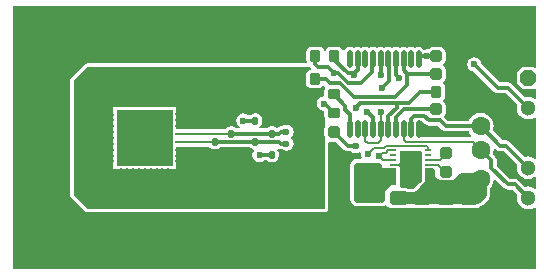
<source format=gtl>
%FSLAX44Y44*%
%MOMM*%
G71*
G01*
G75*
G04 Layer_Physical_Order=1*
G04 Layer_Color=191*
%ADD10O,0.6500X0.2000*%
G04:AMPARAMS|DCode=11|XSize=2.75mm|YSize=1.9mm|CornerRadius=0.228mm|HoleSize=0mm|Usage=FLASHONLY|Rotation=90.000|XOffset=0mm|YOffset=0mm|HoleType=Round|Shape=RoundedRectangle|*
%AMROUNDEDRECTD11*
21,1,2.7500,1.4440,0,0,90.0*
21,1,2.2940,1.9000,0,0,90.0*
1,1,0.4560,0.7220,1.1470*
1,1,0.4560,0.7220,-1.1470*
1,1,0.4560,-0.7220,-1.1470*
1,1,0.4560,-0.7220,1.1470*
%
%ADD11ROUNDEDRECTD11*%
G04:AMPARAMS|DCode=12|XSize=1mm|YSize=0.95mm|CornerRadius=0.1995mm|HoleSize=0mm|Usage=FLASHONLY|Rotation=0.000|XOffset=0mm|YOffset=0mm|HoleType=Round|Shape=RoundedRectangle|*
%AMROUNDEDRECTD12*
21,1,1.0000,0.5510,0,0,0.0*
21,1,0.6010,0.9500,0,0,0.0*
1,1,0.3990,0.3005,-0.2755*
1,1,0.3990,-0.3005,-0.2755*
1,1,0.3990,-0.3005,0.2755*
1,1,0.3990,0.3005,0.2755*
%
%ADD12ROUNDEDRECTD12*%
G04:AMPARAMS|DCode=13|XSize=1.45mm|YSize=1.15mm|CornerRadius=0.2013mm|HoleSize=0mm|Usage=FLASHONLY|Rotation=270.000|XOffset=0mm|YOffset=0mm|HoleType=Round|Shape=RoundedRectangle|*
%AMROUNDEDRECTD13*
21,1,1.4500,0.7475,0,0,270.0*
21,1,1.0475,1.1500,0,0,270.0*
1,1,0.4025,-0.3738,-0.5238*
1,1,0.4025,-0.3738,0.5238*
1,1,0.4025,0.3738,0.5238*
1,1,0.4025,0.3738,-0.5238*
%
%ADD13ROUNDEDRECTD13*%
G04:AMPARAMS|DCode=14|XSize=1.45mm|YSize=1.15mm|CornerRadius=0.2013mm|HoleSize=0mm|Usage=FLASHONLY|Rotation=180.000|XOffset=0mm|YOffset=0mm|HoleType=Round|Shape=RoundedRectangle|*
%AMROUNDEDRECTD14*
21,1,1.4500,0.7475,0,0,180.0*
21,1,1.0475,1.1500,0,0,180.0*
1,1,0.4025,-0.5238,0.3738*
1,1,0.4025,0.5238,0.3738*
1,1,0.4025,0.5238,-0.3738*
1,1,0.4025,-0.5238,-0.3738*
%
%ADD14ROUNDEDRECTD14*%
G04:AMPARAMS|DCode=15|XSize=1mm|YSize=0.95mm|CornerRadius=0.1995mm|HoleSize=0mm|Usage=FLASHONLY|Rotation=90.000|XOffset=0mm|YOffset=0mm|HoleType=Round|Shape=RoundedRectangle|*
%AMROUNDEDRECTD15*
21,1,1.0000,0.5510,0,0,90.0*
21,1,0.6010,0.9500,0,0,90.0*
1,1,0.3990,0.2755,0.3005*
1,1,0.3990,0.2755,-0.3005*
1,1,0.3990,-0.2755,-0.3005*
1,1,0.3990,-0.2755,0.3005*
%
%ADD15ROUNDEDRECTD15*%
G04:AMPARAMS|DCode=16|XSize=1mm|YSize=0.9mm|CornerRadius=0.198mm|HoleSize=0mm|Usage=FLASHONLY|Rotation=90.000|XOffset=0mm|YOffset=0mm|HoleType=Round|Shape=RoundedRectangle|*
%AMROUNDEDRECTD16*
21,1,1.0000,0.5040,0,0,90.0*
21,1,0.6040,0.9000,0,0,90.0*
1,1,0.3960,0.2520,0.3020*
1,1,0.3960,0.2520,-0.3020*
1,1,0.3960,-0.2520,-0.3020*
1,1,0.3960,-0.2520,0.3020*
%
%ADD16ROUNDEDRECTD16*%
G04:AMPARAMS|DCode=17|XSize=0.65mm|YSize=0.5mm|CornerRadius=0.2mm|HoleSize=0mm|Usage=FLASHONLY|Rotation=270.000|XOffset=0mm|YOffset=0mm|HoleType=Round|Shape=RoundedRectangle|*
%AMROUNDEDRECTD17*
21,1,0.6500,0.1000,0,0,270.0*
21,1,0.2500,0.5000,0,0,270.0*
1,1,0.4000,-0.0500,-0.1250*
1,1,0.4000,-0.0500,0.1250*
1,1,0.4000,0.0500,0.1250*
1,1,0.4000,0.0500,-0.1250*
%
%ADD17ROUNDEDRECTD17*%
G04:AMPARAMS|DCode=18|XSize=1mm|YSize=0.9mm|CornerRadius=0.198mm|HoleSize=0mm|Usage=FLASHONLY|Rotation=180.000|XOffset=0mm|YOffset=0mm|HoleType=Round|Shape=RoundedRectangle|*
%AMROUNDEDRECTD18*
21,1,1.0000,0.5040,0,0,180.0*
21,1,0.6040,0.9000,0,0,180.0*
1,1,0.3960,-0.3020,0.2520*
1,1,0.3960,0.3020,0.2520*
1,1,0.3960,0.3020,-0.2520*
1,1,0.3960,-0.3020,-0.2520*
%
%ADD18ROUNDEDRECTD18*%
G04:AMPARAMS|DCode=19|XSize=3.4mm|YSize=2.35mm|CornerRadius=0.2938mm|HoleSize=0mm|Usage=FLASHONLY|Rotation=90.000|XOffset=0mm|YOffset=0mm|HoleType=Round|Shape=RoundedRectangle|*
%AMROUNDEDRECTD19*
21,1,3.4000,1.7625,0,0,90.0*
21,1,2.8125,2.3500,0,0,90.0*
1,1,0.5875,0.8812,1.4063*
1,1,0.5875,0.8812,-1.4063*
1,1,0.5875,-0.8812,-1.4063*
1,1,0.5875,-0.8812,1.4063*
%
%ADD19ROUNDEDRECTD19*%
%ADD20O,0.4500X1.5000*%
%ADD21O,0.8500X0.2500*%
%ADD22O,0.2500X0.8500*%
%ADD23R,4.7000X4.7000*%
%ADD24C,0.3000*%
%ADD25C,0.2000*%
%ADD26C,1.0000*%
%ADD27C,0.5000*%
%ADD28C,0.8000*%
%ADD29R,0.4500X1.4000*%
G04:AMPARAMS|DCode=30|XSize=1.3mm|YSize=1.3mm|CornerRadius=0mm|HoleSize=0mm|Usage=FLASHONLY|Rotation=270.000|XOffset=0mm|YOffset=0mm|HoleType=Round|Shape=Octagon|*
%AMOCTAGOND30*
4,1,8,-0.3250,-0.6500,0.3250,-0.6500,0.6500,-0.3250,0.6500,0.3250,0.3250,0.6500,-0.3250,0.6500,-0.6500,0.3250,-0.6500,-0.3250,-0.3250,-0.6500,0.0*
%
%ADD30OCTAGOND30*%

%ADD31C,1.3000*%
%ADD32C,1.0000*%
%ADD33C,1.6000*%
%ADD34C,0.6000*%
G36*
X412906Y105006D02*
X414394Y104011D01*
X416150Y103662D01*
X419350D01*
X430579Y92433D01*
X430494Y92230D01*
X430168Y89750D01*
X430494Y87270D01*
X431452Y84959D01*
X432975Y82975D01*
X434959Y81452D01*
X437270Y80494D01*
X439750Y80168D01*
X442230Y80494D01*
X444541Y81452D01*
X445292Y82028D01*
X446431Y81467D01*
Y72533D01*
X445292Y71972D01*
X444541Y72548D01*
X442230Y73505D01*
X439750Y73832D01*
X437270Y73505D01*
X437067Y73421D01*
X431744Y78744D01*
X430256Y79739D01*
X428500Y80088D01*
X424151D01*
X413192Y91047D01*
Y95796D01*
X412843Y97552D01*
X411848Y99041D01*
X409720Y101169D01*
X410117Y102128D01*
X410495Y105000D01*
X410387Y105824D01*
X411526Y106386D01*
X412906Y105006D01*
D02*
G37*
G36*
X349232Y102689D02*
X349526Y102250D01*
X349232Y101811D01*
X348922Y100250D01*
X349232Y98689D01*
X349526Y98250D01*
X349232Y97811D01*
X348922Y96250D01*
X349232Y94689D01*
X349526Y94250D01*
X349232Y93811D01*
X348922Y92250D01*
X349232Y90689D01*
X349293Y90598D01*
X349174Y90420D01*
X348942Y89250D01*
Y88348D01*
X348922Y88250D01*
X348942Y88152D01*
Y84348D01*
X348922Y84250D01*
X348942Y84151D01*
Y80348D01*
X348922Y80250D01*
X348942Y80152D01*
Y78538D01*
X343044Y72641D01*
X342922Y72482D01*
X342807Y72459D01*
X342223Y72069D01*
X337777D01*
X337193Y72459D01*
X335238Y72848D01*
X332031D01*
X331328Y74076D01*
X331334Y74118D01*
X331559Y75250D01*
Y76152D01*
X331579Y76250D01*
X331559Y76348D01*
Y80152D01*
X331579Y80250D01*
X331559Y80348D01*
Y84152D01*
X331579Y84250D01*
X331559Y84348D01*
Y88152D01*
X331579Y88250D01*
X331559Y88348D01*
Y89250D01*
X331326Y90420D01*
X330663Y91413D01*
X330205Y91719D01*
X330113Y93175D01*
X330118Y93188D01*
X330384Y93366D01*
X331268Y94689D01*
X331579Y96250D01*
X331268Y97811D01*
X330975Y98250D01*
X331268Y98689D01*
X331579Y100250D01*
X331268Y101811D01*
X330975Y102250D01*
X331268Y102689D01*
X331464Y103672D01*
X349037D01*
X349232Y102689D01*
D02*
G37*
G36*
X352141Y126506D02*
X353630Y125511D01*
X355386Y125162D01*
X363100D01*
X366506Y121756D01*
X367994Y120761D01*
X369750Y120412D01*
X389394D01*
X389792Y119452D01*
X391555Y117155D01*
X391628Y117098D01*
X391197Y115828D01*
X346821D01*
X346015Y116810D01*
X346103Y117250D01*
Y127750D01*
X346067Y127930D01*
X346873Y128912D01*
X349735D01*
X352141Y126506D01*
D02*
G37*
G36*
X446431Y174978D02*
X445258Y174492D01*
X444500Y175250D01*
X435000D01*
X430250Y170500D01*
Y161000D01*
X435000Y156250D01*
X444500D01*
X445258Y157008D01*
X446431Y156522D01*
Y148533D01*
X445292Y147972D01*
X444541Y148548D01*
X442230Y149505D01*
X439750Y149832D01*
X437270Y149505D01*
X437067Y149421D01*
X425994Y160494D01*
X424506Y161489D01*
X422750Y161838D01*
X415900D01*
X400150Y177588D01*
X399777Y179466D01*
X398451Y181451D01*
X396466Y182777D01*
X394125Y183242D01*
X391784Y182777D01*
X389799Y181451D01*
X388473Y179466D01*
X388008Y177125D01*
X388473Y174784D01*
X389799Y172799D01*
X391784Y171473D01*
X393662Y171100D01*
X410756Y154006D01*
X412244Y153011D01*
X414000Y152662D01*
X420849D01*
X430579Y142933D01*
X430494Y142730D01*
X430168Y140250D01*
X430494Y137770D01*
X431452Y135459D01*
X432975Y133475D01*
X434959Y131952D01*
X437270Y130995D01*
X439750Y130668D01*
X442230Y130995D01*
X444541Y131952D01*
X445292Y132528D01*
X446431Y131967D01*
Y98033D01*
X445292Y97472D01*
X444541Y98048D01*
X442230Y99005D01*
X439750Y99332D01*
X437270Y99005D01*
X437067Y98921D01*
X424494Y111494D01*
X423006Y112489D01*
X421250Y112838D01*
X418051D01*
X409720Y121169D01*
X410117Y122128D01*
X410495Y125000D01*
X410117Y127872D01*
X409009Y130548D01*
X407245Y132845D01*
X404948Y134608D01*
X402272Y135717D01*
X399400Y136095D01*
X396529Y135717D01*
X393853Y134608D01*
X391555Y132845D01*
X389792Y130548D01*
X389394Y129588D01*
X371651D01*
X368552Y132687D01*
X369460Y134046D01*
X369848Y135995D01*
Y142005D01*
X369460Y143954D01*
X368356Y145606D01*
X367849Y145945D01*
Y147215D01*
X368110Y147390D01*
X369211Y149037D01*
X369598Y150980D01*
Y157020D01*
X369211Y158963D01*
X368110Y160610D01*
X367849Y160785D01*
Y162055D01*
X368356Y162394D01*
X369460Y164046D01*
X369848Y165995D01*
Y172005D01*
X369460Y173954D01*
X368356Y175606D01*
X367969Y175865D01*
Y177135D01*
X368356Y177394D01*
X369460Y179046D01*
X369848Y180995D01*
Y187005D01*
X369460Y188954D01*
X368356Y190606D01*
X366704Y191710D01*
X364755Y192098D01*
X359245D01*
X357296Y191710D01*
X355644Y190606D01*
X355133Y189842D01*
X353750Y190117D01*
X351600Y189690D01*
X351035Y190535D01*
X349298Y191695D01*
X347250Y192103D01*
X345202Y191695D01*
X344000Y190893D01*
X342798Y191695D01*
X340750Y192103D01*
X338702Y191695D01*
X337500Y190893D01*
X336298Y191695D01*
X334250Y192103D01*
X332202Y191695D01*
X331000Y190893D01*
X329798Y191695D01*
X327750Y192103D01*
X325702Y191695D01*
X324500Y190893D01*
X323298Y191695D01*
X321250Y192103D01*
X319202Y191695D01*
X318000Y190893D01*
X316798Y191695D01*
X314750Y192103D01*
X312702Y191695D01*
X311500Y190893D01*
X310298Y191695D01*
X308250Y192103D01*
X306202Y191695D01*
X305000Y190893D01*
X303798Y191695D01*
X301750Y192103D01*
X299702Y191695D01*
X298500Y190893D01*
X297298Y191695D01*
X295250Y192103D01*
X293202Y191695D01*
X292000Y190893D01*
X290798Y191695D01*
X288750Y192103D01*
X286702Y191695D01*
X284965Y190535D01*
X283985Y189068D01*
X283211Y189004D01*
X282970Y189021D01*
X282607Y189118D01*
X281610Y190610D01*
X279963Y191711D01*
X278020Y192097D01*
X272980D01*
X271037Y191711D01*
X269390Y190610D01*
X268289Y188963D01*
X268147Y188252D01*
X266853D01*
X266711Y188963D01*
X265610Y190610D01*
X263963Y191711D01*
X262020Y192097D01*
X256980D01*
X255037Y191711D01*
X253390Y190610D01*
X252289Y188963D01*
X251902Y187020D01*
Y180980D01*
X252231Y179329D01*
X251531Y178059D01*
X66411D01*
X66411Y178059D01*
X65241Y177826D01*
X64248Y177163D01*
X52837Y165752D01*
X52174Y164759D01*
X51941Y163589D01*
X51941Y163589D01*
X51941Y66411D01*
X52174Y65241D01*
X52837Y64248D01*
X52837Y64248D01*
X64248Y52837D01*
X65241Y52174D01*
X66411Y51941D01*
X66411Y51941D01*
X267500D01*
X268671Y52174D01*
X269663Y52837D01*
X270326Y53829D01*
X270559Y55000D01*
Y110947D01*
X271829Y111882D01*
X272980Y111652D01*
X277109D01*
X284006Y104756D01*
X285494Y103761D01*
X287250Y103412D01*
X289817D01*
X291409Y102348D01*
X293750Y101882D01*
X296091Y102348D01*
X296858Y102861D01*
X298001Y102097D01*
X297882Y101500D01*
X298348Y99159D01*
X298864Y98386D01*
X298186Y97116D01*
X295188D01*
X292871Y96656D01*
X290907Y95343D01*
X289595Y93379D01*
X289134Y91062D01*
Y62937D01*
X289595Y60621D01*
X290907Y58657D01*
X292871Y57344D01*
X295188Y56884D01*
X312813D01*
X314303Y57180D01*
X315750Y56892D01*
X317896Y57319D01*
X318859Y57963D01*
X318940Y57986D01*
X320505Y57609D01*
X320516Y57596D01*
X321149Y56649D01*
X322807Y55541D01*
X324762Y55152D01*
X335238D01*
X337193Y55541D01*
X337777Y55931D01*
X342223D01*
X342807Y55541D01*
X344762Y55152D01*
X355238D01*
X357193Y55541D01*
X357777Y55931D01*
X362223D01*
X362807Y55541D01*
X364762Y55152D01*
X375238D01*
X377193Y55541D01*
X377777Y55931D01*
X382223D01*
X382807Y55541D01*
X384762Y55152D01*
X395238D01*
X397193Y55541D01*
X398352Y56315D01*
X400034Y57012D01*
X401706Y58294D01*
X405106Y61695D01*
X406388Y63366D01*
X407194Y65312D01*
X407469Y67400D01*
Y72446D01*
X409009Y74453D01*
X410117Y77128D01*
X410375Y79090D01*
X411716Y79545D01*
X419006Y72256D01*
X420494Y71261D01*
X422250Y70912D01*
X426600D01*
X430579Y66933D01*
X430494Y66730D01*
X430168Y64250D01*
X430494Y61770D01*
X431452Y59459D01*
X432975Y57474D01*
X434959Y55952D01*
X437270Y54995D01*
X439750Y54668D01*
X442230Y54995D01*
X444541Y55952D01*
X445292Y56528D01*
X446431Y55967D01*
Y3568D01*
X3568D01*
Y226431D01*
X446431D01*
Y174978D01*
D02*
G37*
G36*
X255907Y174011D02*
X255455Y172853D01*
X254537Y172670D01*
X252890Y171569D01*
X251789Y169922D01*
X251402Y167979D01*
Y161939D01*
X251789Y159996D01*
X252890Y158349D01*
X254537Y157248D01*
X256480Y156861D01*
X261520D01*
X263463Y157248D01*
X265110Y158349D01*
X265321Y158664D01*
X266903Y158893D01*
X267500Y158390D01*
Y156267D01*
X267153Y154520D01*
Y150653D01*
X266500Y150118D01*
X264159Y149652D01*
X262174Y148326D01*
X260848Y146341D01*
X260382Y144000D01*
X260848Y141659D01*
X262174Y139674D01*
X264159Y138348D01*
X266500Y137882D01*
X267153Y136759D01*
Y133480D01*
Y133480D01*
X267500Y131733D01*
Y124267D01*
X267153Y122520D01*
Y117480D01*
X267500Y115733D01*
Y55000D01*
X66411D01*
X55000Y66411D01*
X55000Y163589D01*
X66411Y175000D01*
X255156D01*
X255907Y174011D01*
D02*
G37*
%LPC*%
G36*
X141500Y141500D02*
X88500D01*
Y88500D01*
X141500D01*
Y106926D01*
X142000Y107337D01*
X148000D01*
X149281Y107592D01*
X169513D01*
X170145Y106645D01*
X171799Y105540D01*
X173750Y105152D01*
X174750D01*
X176701Y105540D01*
X178355Y106645D01*
X178647Y107082D01*
X204353D01*
X204645Y106645D01*
X206299Y105540D01*
X206807Y105439D01*
X207391Y104028D01*
X206598Y102841D01*
X206133Y100500D01*
X206598Y98159D01*
X207924Y96174D01*
X209909Y94848D01*
X212250Y94382D01*
X214591Y94848D01*
X216183Y95912D01*
X218467D01*
X218645Y95645D01*
X220299Y94540D01*
X222250Y94152D01*
X223250D01*
X225201Y94540D01*
X226855Y95645D01*
X227960Y97299D01*
X228348Y99250D01*
Y101750D01*
X227960Y103701D01*
X227086Y105009D01*
X228002Y105925D01*
X228246Y105761D01*
X230002Y105412D01*
X231067D01*
X232659Y104348D01*
X235000Y103883D01*
X237341Y104348D01*
X239326Y105674D01*
X240652Y107659D01*
X241118Y110000D01*
X240652Y112341D01*
X239408Y114202D01*
X239267Y114638D01*
Y115362D01*
X239408Y115798D01*
X240652Y117659D01*
X241118Y120000D01*
X240652Y122341D01*
X239326Y124326D01*
X237341Y125652D01*
X235000Y126117D01*
X232659Y125652D01*
X231067Y124588D01*
X230000D01*
X228244Y124239D01*
X226906Y123345D01*
X226855Y123355D01*
X225201Y124460D01*
X223250Y124848D01*
X222250D01*
X220299Y124460D01*
X218645Y123355D01*
X218353Y122918D01*
X212556D01*
X212171Y124188D01*
X212855Y124645D01*
X213960Y126299D01*
X214348Y128250D01*
Y130750D01*
X213960Y132701D01*
X212855Y134355D01*
X211201Y135460D01*
X209250Y135848D01*
X208250D01*
X206299Y135460D01*
X204645Y134355D01*
X204467Y134088D01*
X202433D01*
X200841Y135152D01*
X198500Y135618D01*
X196159Y135152D01*
X194174Y133826D01*
X192848Y131841D01*
X192383Y129500D01*
X192848Y127159D01*
X194174Y125174D01*
X195650Y124188D01*
X195265Y122918D01*
X192647D01*
X192355Y123355D01*
X190701Y124460D01*
X188750Y124848D01*
X187750D01*
X185799Y124460D01*
X184145Y123355D01*
X183513Y122408D01*
X149281D01*
X148000Y122663D01*
X142000D01*
X141500Y123074D01*
Y141500D01*
D02*
G37*
%LPD*%
G36*
X133342Y137997D02*
X135000Y137667D01*
X136658Y137997D01*
X136692Y138019D01*
X137683Y137683D01*
X138019Y136692D01*
X137997Y136658D01*
X137667Y135000D01*
X137997Y133342D01*
X138441Y132676D01*
Y132324D01*
X137997Y131658D01*
X137667Y130000D01*
X137997Y128342D01*
X138441Y127676D01*
Y127324D01*
X137997Y126658D01*
X137667Y125000D01*
X137997Y123342D01*
X138522Y122555D01*
X138586Y122344D01*
X138674Y121903D01*
X138758Y121777D01*
X138802Y121632D01*
X138945Y121458D01*
X138936Y121394D01*
X137997Y119988D01*
X137667Y118330D01*
X137997Y116672D01*
X138936Y115266D01*
Y114734D01*
X137997Y113328D01*
X137667Y111670D01*
X137997Y110012D01*
X138936Y108606D01*
X138945Y108542D01*
X138802Y108368D01*
X138758Y108223D01*
X138674Y108097D01*
X138586Y107656D01*
X138522Y107445D01*
X137997Y106658D01*
X137667Y105000D01*
X137997Y103342D01*
X138441Y102676D01*
Y102324D01*
X137997Y101658D01*
X137667Y100000D01*
X137997Y98342D01*
X138441Y97676D01*
Y97324D01*
X137997Y96658D01*
X137667Y95000D01*
X137997Y93342D01*
X138019Y93308D01*
X137683Y92317D01*
X136692Y91981D01*
X136658Y92003D01*
X135000Y92333D01*
X133342Y92003D01*
X132676Y91559D01*
X132324D01*
X131658Y92003D01*
X130000Y92333D01*
X128342Y92003D01*
X127676Y91559D01*
X127324D01*
X126658Y92003D01*
X125000Y92333D01*
X123342Y92003D01*
X122676Y91559D01*
X122324D01*
X121658Y92003D01*
X120000Y92333D01*
X118342Y92003D01*
X117676Y91559D01*
X117324D01*
X116658Y92003D01*
X115000Y92333D01*
X113342Y92003D01*
X112676Y91559D01*
X112324D01*
X111658Y92003D01*
X110000Y92333D01*
X108342Y92003D01*
X107676Y91559D01*
X107324D01*
X106658Y92003D01*
X105000Y92333D01*
X103342Y92003D01*
X102676Y91559D01*
X102324D01*
X101658Y92003D01*
X100000Y92333D01*
X98342Y92003D01*
X97676Y91559D01*
X97324D01*
X96658Y92003D01*
X95000Y92333D01*
X93342Y92003D01*
X93308Y91981D01*
X92317Y92317D01*
X91981Y93308D01*
X92003Y93342D01*
X92333Y95000D01*
X92003Y96658D01*
X91559Y97324D01*
Y97676D01*
X92003Y98342D01*
X92333Y100000D01*
X92003Y101658D01*
X91559Y102324D01*
Y102676D01*
X92003Y103342D01*
X92333Y105000D01*
X92003Y106658D01*
X91559Y107324D01*
Y107676D01*
X92003Y108342D01*
X92333Y110000D01*
X92003Y111658D01*
X91559Y112324D01*
Y112676D01*
X92003Y113342D01*
X92333Y115000D01*
X92003Y116658D01*
X91559Y117324D01*
Y117676D01*
X92003Y118342D01*
X92333Y120000D01*
X92003Y121658D01*
X91559Y122324D01*
Y122676D01*
X92003Y123342D01*
X92333Y125000D01*
X92003Y126658D01*
X91559Y127324D01*
Y127676D01*
X92003Y128342D01*
X92333Y130000D01*
X92003Y131658D01*
X91608Y132250D01*
X92003Y132842D01*
X92333Y134500D01*
X92003Y136158D01*
X91563Y136817D01*
X91761Y137826D01*
X92970Y138245D01*
X93342Y137997D01*
X95000Y137667D01*
X96658Y137997D01*
X97324Y138441D01*
X97676D01*
X98342Y137997D01*
X100000Y137667D01*
X101658Y137997D01*
X102324Y138441D01*
X102676D01*
X103342Y137997D01*
X105000Y137667D01*
X106658Y137997D01*
X107324Y138441D01*
X107676D01*
X108342Y137997D01*
X110000Y137667D01*
X111658Y137997D01*
X112324Y138441D01*
X112676D01*
X113342Y137997D01*
X115000Y137667D01*
X116658Y137997D01*
X117324Y138441D01*
X117676D01*
X118342Y137997D01*
X120000Y137667D01*
X121658Y137997D01*
X122324Y138441D01*
X122676D01*
X123342Y137997D01*
X125000Y137667D01*
X126658Y137997D01*
X127324Y138441D01*
X127676D01*
X128342Y137997D01*
X130000Y137667D01*
X131658Y137997D01*
X132324Y138441D01*
X132676D01*
X133342Y137997D01*
D02*
G37*
D10*
X355250Y92250D02*
D03*
Y96250D02*
D03*
Y100250D02*
D03*
Y104250D02*
D03*
Y88250D02*
D03*
Y84250D02*
D03*
Y80250D02*
D03*
Y76250D02*
D03*
X325250D02*
D03*
Y80250D02*
D03*
Y84250D02*
D03*
Y88250D02*
D03*
X325250Y92250D02*
D03*
X325250Y96250D02*
D03*
Y100250D02*
D03*
Y104250D02*
D03*
D11*
X340250Y90250D02*
D03*
D12*
X370250Y85750D02*
D03*
Y101750D02*
D03*
D13*
X46000Y105000D02*
D03*
X64000D02*
D03*
X46000Y125000D02*
D03*
X64000D02*
D03*
X46000Y145000D02*
D03*
X64000D02*
D03*
X46000Y85000D02*
D03*
X64000D02*
D03*
D14*
X80000Y184000D02*
D03*
Y166000D02*
D03*
X100000Y184000D02*
D03*
Y166000D02*
D03*
X120000Y184000D02*
D03*
Y166000D02*
D03*
X140000Y184000D02*
D03*
Y166000D02*
D03*
X180000Y46000D02*
D03*
Y64000D02*
D03*
X160000Y46000D02*
D03*
Y64000D02*
D03*
X200000Y184000D02*
D03*
Y166000D02*
D03*
X390000Y46000D02*
D03*
Y64000D02*
D03*
X200000Y46000D02*
D03*
Y64000D02*
D03*
X220000Y184000D02*
D03*
Y166000D02*
D03*
X180000Y184000D02*
D03*
Y166000D02*
D03*
X160000Y184000D02*
D03*
Y166000D02*
D03*
X140000Y46000D02*
D03*
Y64000D02*
D03*
X120000Y46000D02*
D03*
Y64000D02*
D03*
X100000Y46000D02*
D03*
Y64000D02*
D03*
X80000Y46000D02*
D03*
Y64000D02*
D03*
X350000Y46000D02*
D03*
Y64000D02*
D03*
X330000Y46000D02*
D03*
Y64000D02*
D03*
X370000Y46000D02*
D03*
Y64000D02*
D03*
X220000Y46000D02*
D03*
Y64000D02*
D03*
D15*
X378000Y169000D02*
D03*
X362000D02*
D03*
X378000Y184000D02*
D03*
X362000D02*
D03*
X378000Y139000D02*
D03*
X362000D02*
D03*
D16*
X378000Y154000D02*
D03*
X362000D02*
D03*
X259000Y164959D02*
D03*
X243000D02*
D03*
X275500Y119750D02*
D03*
X259500D02*
D03*
Y184000D02*
D03*
X275500D02*
D03*
D17*
X222750Y118500D02*
D03*
Y100500D02*
D03*
X208750Y111500D02*
D03*
Y129500D02*
D03*
X188250Y100500D02*
D03*
Y118500D02*
D03*
X174250Y129500D02*
D03*
Y111500D02*
D03*
D18*
X275250Y152000D02*
D03*
Y136000D02*
D03*
Y136000D02*
D03*
Y120000D02*
D03*
D19*
X304000Y77000D02*
D03*
X244500D02*
D03*
D20*
X347250Y181500D02*
D03*
X340750D02*
D03*
X334250D02*
D03*
X327750D02*
D03*
X321250D02*
D03*
X314750D02*
D03*
X308250D02*
D03*
X301750D02*
D03*
X295250D02*
D03*
X288750D02*
D03*
Y122500D02*
D03*
X295250D02*
D03*
X301750D02*
D03*
X308250D02*
D03*
X314750D02*
D03*
X321250D02*
D03*
X327750D02*
D03*
X334250D02*
D03*
X340750D02*
D03*
X347250D02*
D03*
D21*
X85000Y134500D02*
D03*
Y130000D02*
D03*
Y125000D02*
D03*
Y120000D02*
D03*
Y115000D02*
D03*
Y110000D02*
D03*
Y105000D02*
D03*
Y100000D02*
D03*
Y95000D02*
D03*
X145000D02*
D03*
Y100000D02*
D03*
Y105000D02*
D03*
Y111670D02*
D03*
Y118330D02*
D03*
Y125000D02*
D03*
Y130000D02*
D03*
Y135000D02*
D03*
D22*
X95000Y85000D02*
D03*
X100000D02*
D03*
X105000D02*
D03*
X110000D02*
D03*
X115000D02*
D03*
X120000D02*
D03*
X125000D02*
D03*
X130000D02*
D03*
X135000D02*
D03*
Y145000D02*
D03*
X130000D02*
D03*
X120000D02*
D03*
X125000D02*
D03*
X110000D02*
D03*
X115000D02*
D03*
X100000D02*
D03*
X105000D02*
D03*
X95000D02*
D03*
D23*
X115000Y115000D02*
D03*
D24*
X188248Y118330D02*
X228330D01*
X230000Y120000D01*
X235000D01*
X174250Y111670D02*
X228332D01*
X230002Y110000D01*
X235000D01*
X340750Y122500D02*
Y131000D01*
X274750Y181868D02*
Y184250D01*
X286868Y169750D02*
X292500D01*
X295250Y172500D01*
Y181500D01*
X198500Y129500D02*
X208750D01*
X212250Y100500D02*
X222750D01*
X347250Y122500D02*
X355250D01*
X422250Y75500D02*
X428500D01*
X439750Y64250D01*
X421250Y108250D02*
X439750Y89750D01*
X416150Y108250D02*
X421250D01*
X399400Y125000D02*
X416150Y108250D01*
X422750Y157250D02*
X439750Y140250D01*
X414000Y157250D02*
X422750D01*
X394125Y177125D02*
X414000Y157250D01*
X347250Y181500D02*
X349750Y184000D01*
X334250Y172250D02*
Y181500D01*
X343250Y133500D02*
X351636D01*
X340750Y131000D02*
X343250Y133500D01*
X351636D02*
X355386Y129750D01*
X429000Y115250D02*
X439750D01*
X407000Y137250D02*
X429000Y115250D01*
X407000Y137250D02*
Y142400D01*
X399400Y150000D02*
X407000Y142400D01*
X349750Y184000D02*
X353750D01*
X362000D01*
X334250Y172250D02*
X337500Y169000D01*
X362000D01*
X327250Y149250D02*
X337500Y159500D01*
Y169000D01*
X327750Y122500D02*
Y132500D01*
X334251Y139001D01*
X362001D01*
X355386Y129750D02*
X365000D01*
X369750Y125000D01*
X399400D01*
X328250Y140250D02*
Y144250D01*
X321250Y122500D02*
Y133250D01*
X328250Y140250D01*
X327750Y167750D02*
X330250Y165250D01*
X327750Y167750D02*
Y181500D01*
X308250Y122500D02*
Y132500D01*
X303500Y137250D02*
X308250Y132500D01*
X274750Y181868D02*
X286868Y169750D01*
X268519Y164959D02*
X272228Y161250D01*
X259000Y164959D02*
X268519D01*
X259500Y177250D02*
Y184000D01*
Y177250D02*
X262000Y174750D01*
X270250D01*
X275000Y170000D01*
X297458Y144250D02*
X328250D01*
X293708Y140500D02*
X297458Y144250D01*
X288750Y122500D02*
Y135000D01*
X285000Y138750D02*
X288750Y135000D01*
X285000Y138750D02*
Y142250D01*
X275250Y152000D02*
X285000Y142250D01*
X275250Y120000D02*
X287250Y108000D01*
X293750D01*
X267250Y144000D02*
X275250Y136000D01*
X266500Y144000D02*
X267250D01*
X241959Y166000D02*
X243000Y164959D01*
X80000Y166000D02*
X100000D01*
X120000D01*
X140000D01*
X64041D02*
X80000D01*
X64000Y160959D02*
X69041Y166000D01*
X64000Y145000D02*
Y160959D01*
Y68000D02*
Y85000D01*
Y68000D02*
X68000Y64000D01*
X85000D01*
X205000D02*
X231500D01*
X244500Y77000D01*
X64000Y85000D02*
Y105000D01*
Y125000D01*
Y145000D01*
X85000Y64000D02*
X105000D01*
X125000D01*
X145000D01*
X165000D01*
X185000D01*
X205000D01*
X259500Y92000D02*
Y119750D01*
X244500Y77000D02*
X259500Y92000D01*
Y119750D02*
Y148459D01*
X243000Y164959D02*
X259500Y148459D01*
X145000Y166000D02*
X241959D01*
X321250Y181500D02*
X321750Y181000D01*
Y163000D02*
Y181000D01*
X314750Y168000D02*
Y181500D01*
X316250Y157500D02*
X321750Y163000D01*
X292500Y168000D02*
Y169750D01*
X272228Y161250D02*
X280227D01*
X292227Y149250D01*
X327250D01*
X275000Y170000D02*
X278548D01*
X287549Y161000D01*
X298328D02*
X307750Y170422D01*
Y181500D02*
X308250D01*
X307750Y170422D02*
Y181500D01*
X287549Y161000D02*
X298328D01*
X408604Y89146D02*
X422250Y75500D01*
X408604Y89146D02*
Y95796D01*
X399400Y105000D02*
X408604Y95796D01*
X328250Y144250D02*
X338739D01*
X348490Y154001D01*
X362001D01*
D25*
X355250Y96250D02*
X364750D01*
X370250Y101750D01*
X355250Y92250D02*
X363750D01*
X370250Y85750D01*
X316750Y96250D02*
X325250D01*
X325250Y92250D02*
X338250D01*
X340250Y90250D01*
X145000Y118330D02*
X188248D01*
X145000Y111670D02*
X174250D01*
X334250Y113500D02*
Y122500D01*
Y113500D02*
X336000Y111750D01*
X392650D01*
X354000Y107750D02*
X355250Y106499D01*
Y104250D02*
Y106499D01*
X313250Y99750D02*
X316750Y96250D01*
X392650Y111750D02*
X399400Y105000D01*
X329657Y107750D02*
X354000D01*
X314750Y122500D02*
Y137250D01*
X329157Y108250D02*
X329657Y107750D01*
X304000Y101500D02*
X308852Y106352D01*
X313250Y99750D02*
X315852Y102352D01*
X319446D01*
X321344Y104250D01*
X308852Y106352D02*
X317789D01*
X319687Y108250D01*
X321344Y104250D02*
X325250D01*
X319687Y108250D02*
X329157D01*
X301750Y112500D02*
Y122500D01*
Y112500D02*
X303898Y110352D01*
X312182D01*
X314750Y112920D01*
Y122500D01*
D26*
X80000Y184000D02*
X80000Y184000D01*
X64000Y184000D02*
X85000D01*
X46000Y166000D02*
X64000Y184000D01*
X46000Y145000D02*
Y166000D01*
Y64000D02*
Y85000D01*
Y64000D02*
X64000Y46000D01*
X387750Y45000D02*
X388750Y46000D01*
X64000D02*
X387750D01*
X46000Y85000D02*
Y105000D01*
Y125000D01*
Y145000D01*
X80000Y184000D02*
X160000D01*
X180000D01*
X200000D01*
X220000D01*
X328750Y64000D02*
X348750D01*
X360750D02*
X388750D01*
Y69350D01*
X358500Y77500D02*
X360750Y75250D01*
X348750Y64000D02*
X360750D01*
X356750Y73436D02*
Y75750D01*
X348750Y66936D02*
X355250Y73436D01*
X348750Y64000D02*
Y66936D01*
X399400Y67400D02*
Y80000D01*
X396000Y64000D02*
X399400Y67400D01*
X388750Y64000D02*
X396000D01*
X393400Y74000D02*
X399400Y80000D01*
X362269Y75250D02*
X363520Y74000D01*
X360750Y75250D02*
X362269D01*
X388750Y69350D02*
X393400Y74000D01*
X355250Y73436D02*
X356750D01*
Y75750D02*
X358500Y77500D01*
X384500Y80000D02*
X399400D01*
X378500Y74000D02*
X384500Y80000D01*
X363520Y74000D02*
X378500D01*
X393400D01*
X360750Y64000D02*
Y75250D01*
D27*
X348750Y64000D02*
X355250Y70500D01*
X304000Y77000D02*
X322001D01*
X325250Y79136D02*
Y80250D01*
Y84250D01*
X307250Y80250D02*
X325250D01*
X311250Y84250D02*
X325250D01*
X313750Y86750D02*
X323500D01*
X304000Y77000D02*
X307250Y80250D01*
X311250Y84250D01*
X313750Y86750D01*
X355250Y76250D02*
Y80250D01*
Y84250D01*
X355500D01*
X358000Y86750D02*
X358500Y86250D01*
X355500Y84250D02*
X358000Y86750D01*
X355250Y70500D02*
Y73436D01*
Y76250D01*
X316000Y70999D02*
X316250Y70749D01*
Y63000D02*
Y70749D01*
X315750Y62500D02*
X316250Y63000D01*
X304000Y74250D02*
X315750Y62500D01*
X304000Y74250D02*
Y77000D01*
X316000Y70999D02*
X322001Y77000D01*
X325250Y80250D01*
X358500Y77500D02*
Y86250D01*
D28*
X378000Y139000D02*
Y154000D01*
Y169000D01*
Y184000D01*
D29*
X326250Y82250D02*
D03*
X354250Y82250D02*
D03*
D30*
X439750Y165750D02*
D03*
D31*
Y140250D02*
D03*
Y115250D02*
D03*
Y89750D02*
D03*
Y64250D02*
D03*
D32*
X420500Y52750D02*
D03*
Y177500D02*
D03*
X420250Y137500D02*
D03*
Y92500D02*
D03*
D33*
X399400Y80000D02*
D03*
Y105000D02*
D03*
Y125000D02*
D03*
Y150000D02*
D03*
D34*
X235000Y110000D02*
D03*
Y120000D02*
D03*
X355250Y122500D02*
D03*
X212250Y100500D02*
D03*
X198500Y129500D02*
D03*
X394125Y177125D02*
D03*
X353750Y184000D02*
D03*
X314750Y137250D02*
D03*
X316250Y157500D02*
D03*
X330250Y165250D02*
D03*
X303500Y137250D02*
D03*
X275000Y170000D02*
D03*
X313250Y99750D02*
D03*
X304000Y101500D02*
D03*
X293708Y140500D02*
D03*
X293750Y108000D02*
D03*
X266500Y144000D02*
D03*
X97000Y97000D02*
D03*
X103000D02*
D03*
X109000D02*
D03*
X121000D02*
D03*
X127000D02*
D03*
X133000D02*
D03*
X97000Y115000D02*
D03*
X103000D02*
D03*
X109000D02*
D03*
X121000D02*
D03*
X127000D02*
D03*
X133000D02*
D03*
X103000Y133000D02*
D03*
X109000D02*
D03*
X115000D02*
D03*
X121000D02*
D03*
X127000D02*
D03*
X133000D02*
D03*
Y127000D02*
D03*
Y121000D02*
D03*
Y109000D02*
D03*
Y103000D02*
D03*
X115000Y97000D02*
D03*
Y127000D02*
D03*
Y121000D02*
D03*
Y115000D02*
D03*
Y109000D02*
D03*
Y103000D02*
D03*
X97000Y133000D02*
D03*
Y127000D02*
D03*
Y121000D02*
D03*
Y109000D02*
D03*
Y103000D02*
D03*
X314750Y168000D02*
D03*
X292500D02*
D03*
X345250Y90250D02*
D03*
X335250D02*
D03*
Y98964D02*
D03*
X345250Y99005D02*
D03*
X335250Y81494D02*
D03*
X345250Y81536D02*
D03*
X395000Y37500D02*
D03*
X385000D02*
D03*
X375000D02*
D03*
X365000D02*
D03*
X355000D02*
D03*
X335000D02*
D03*
X345000D02*
D03*
X325000D02*
D03*
X315000D02*
D03*
X305000D02*
D03*
X295000D02*
D03*
X285000D02*
D03*
X275000D02*
D03*
X265000D02*
D03*
X255000D02*
D03*
X245000D02*
D03*
X235000D02*
D03*
X225000D02*
D03*
X215000D02*
D03*
X205000D02*
D03*
X195000D02*
D03*
X185000D02*
D03*
X175000D02*
D03*
X165000D02*
D03*
X155000D02*
D03*
X145000D02*
D03*
X135000D02*
D03*
X125000D02*
D03*
X115000D02*
D03*
X95000D02*
D03*
X105000D02*
D03*
X85000D02*
D03*
X75000D02*
D03*
X65000D02*
D03*
X37500Y60000D02*
D03*
Y70000D02*
D03*
Y80000D02*
D03*
Y90000D02*
D03*
Y100000D02*
D03*
Y110000D02*
D03*
Y120000D02*
D03*
Y130000D02*
D03*
Y140000D02*
D03*
Y150000D02*
D03*
Y160000D02*
D03*
Y170000D02*
D03*
X65000Y192500D02*
D03*
X75000D02*
D03*
X85000D02*
D03*
X95000D02*
D03*
X105000D02*
D03*
X115000D02*
D03*
X125000D02*
D03*
X135000D02*
D03*
X145000D02*
D03*
X155000D02*
D03*
X175000D02*
D03*
X165000D02*
D03*
X185000D02*
D03*
X195000D02*
D03*
X205000D02*
D03*
X215000D02*
D03*
X225000D02*
D03*
X245000D02*
D03*
X235000D02*
D03*
M02*

</source>
